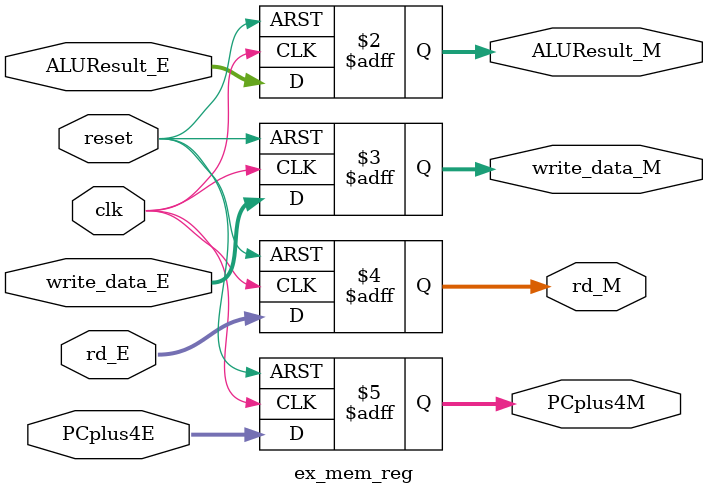
<source format=v>
    
module ex_mem_reg(clk,reset,ALUResult_E,write_data_E,rd_E,PCplus4E,
                            ALUResult_M,write_data_M,rd_M,PCplus4M);

    input clk;                        //clock input
    input reset;                      //active high reset to clear register contents
     
    input [31:0] ALUResult_E;         //ALU result in execute stage
    input [31:0] write_data_E;        //PC value in execute stage
    input [4:0] rd_E;                 //destination register in execute
    input [31:0] PCplus4E;            //PC + 4 value in execute stage 
    
    output reg [31:0] ALUResult_M;    //ALU result in memory stage
    output reg [31:0] write_data_M;   //PC value in memory stage
    output reg [4:0] rd_M;            //destination register in memory
    output reg [31:0] PCplus4M;       //PC + 4 value in memory stage 
    
    always @ (posedge clk, posedge reset) begin
        if (reset) begin         
            ALUResult_M   <= 0;
            write_data_M  <= 0;
            rd_M          <= 0;
            PCplus4M      <= 0; 
        end
        
        else  begin
            ALUResult_M   <= ALUResult_E;  
            write_data_M  <= write_data_E;
            rd_M          <= rd_E;
            PCplus4M      <= PCplus4E; 
        end
    end   
endmodule

</source>
